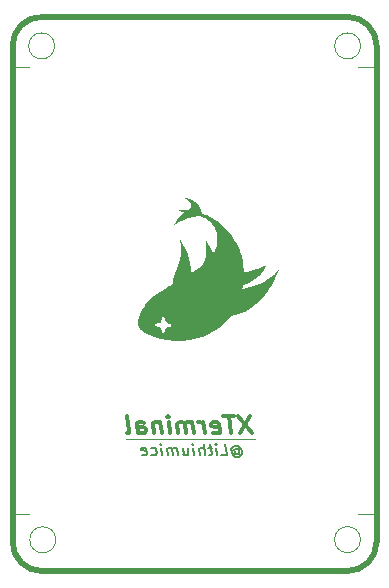
<source format=gbr>
%TF.GenerationSoftware,KiCad,Pcbnew,(6.0.0-rc1-323-gb9e66d8b98)*%
%TF.CreationDate,2021-12-20T00:28:19+08:00*%
%TF.ProjectId,XSense,5853656e-7365-42e6-9b69-6361645f7063,rev?*%
%TF.SameCoordinates,PXb340ac0PY76b1be0*%
%TF.FileFunction,Legend,Bot*%
%TF.FilePolarity,Positive*%
%FSLAX46Y46*%
G04 Gerber Fmt 4.6, Leading zero omitted, Abs format (unit mm)*
G04 Created by KiCad (PCBNEW (6.0.0-rc1-323-gb9e66d8b98)) date 2021-12-20 00:28:19*
%MOMM*%
%LPD*%
G01*
G04 APERTURE LIST*
%ADD10C,0.076200*%
%TA.AperFunction,Profile*%
%ADD11C,0.500000*%
%TD*%
%TA.AperFunction,Profile*%
%ADD12C,0.100000*%
%TD*%
%ADD13C,0.150000*%
%ADD14C,0.300000*%
G04 APERTURE END LIST*
D10*
X21080000Y11180000D02*
X10158000Y11180000D01*
X340000Y4860000D02*
X340000Y6460000D01*
X340000Y42660000D02*
X340000Y41060000D01*
X31440000Y4860000D02*
X29840000Y4860000D01*
X31440000Y42660000D02*
X31440000Y41060000D01*
X31440000Y4860000D02*
X31440000Y6460000D01*
X31440000Y42660000D02*
X29840000Y42660000D01*
X340000Y42660000D02*
X1940000Y42660000D01*
X340000Y4860000D02*
X1940000Y4860000D01*
D11*
X582946Y2477666D02*
G75*
G03*
X3040002Y4722I2457054J-15839D01*
G01*
X3054640Y46925855D02*
X28951133Y46920051D01*
X31408189Y44447107D02*
X31397105Y2460002D01*
D12*
X4236974Y2650000D02*
G75*
G03*
X4236974Y2650000I-1100000J0D01*
G01*
D11*
X28924161Y2946D02*
G75*
G03*
X31397105Y2460002I15839J2457054D01*
G01*
X3054640Y46925855D02*
G75*
G03*
X581696Y44468799I-15842J-2457051D01*
G01*
D12*
X30051135Y44462946D02*
G75*
G03*
X30051135Y44462946I-1100000J0D01*
G01*
X30040000Y2662946D02*
G75*
G03*
X30040000Y2662946I-1100000J0D01*
G01*
X4138798Y44468804D02*
G75*
G03*
X4138798Y44468804I-1100000J0D01*
G01*
D11*
X582946Y2490000D02*
X581696Y44468799D01*
X31408189Y44447107D02*
G75*
G03*
X28951133Y46920051I-2457054J15839D01*
G01*
X28924161Y2946D02*
X3030000Y4722D01*
D13*
X19337996Y10270210D02*
X19379663Y10317829D01*
X19468948Y10365448D01*
X19564186Y10365448D01*
X19665377Y10317829D01*
X19718948Y10270210D01*
X19778472Y10174972D01*
X19790377Y10079734D01*
X19754663Y9984496D01*
X19712996Y9936877D01*
X19623710Y9889258D01*
X19528472Y9889258D01*
X19427282Y9936877D01*
X19373710Y9984496D01*
X19326091Y10365448D02*
X19373710Y9984496D01*
X19332044Y9936877D01*
X19284425Y9936877D01*
X19183234Y9984496D01*
X19123710Y10079734D01*
X19093948Y10317829D01*
X19171329Y10460686D01*
X19302282Y10555924D01*
X19486805Y10603543D01*
X19683234Y10555924D01*
X19837996Y10460686D01*
X19951091Y10317829D01*
X20022520Y10127353D01*
X19998710Y9936877D01*
X19921329Y9794020D01*
X19790377Y9698781D01*
X19605853Y9651162D01*
X19409425Y9698781D01*
X19254663Y9794020D01*
X18254663Y9794020D02*
X18730853Y9794020D01*
X18605853Y10794020D01*
X17921329Y9794020D02*
X17837996Y10460686D01*
X17796329Y10794020D02*
X17849901Y10746400D01*
X17808234Y10698781D01*
X17754663Y10746400D01*
X17796329Y10794020D01*
X17808234Y10698781D01*
X17504663Y10460686D02*
X17123710Y10460686D01*
X17320139Y10794020D02*
X17427282Y9936877D01*
X17391567Y9841639D01*
X17302282Y9794020D01*
X17207044Y9794020D01*
X16873710Y9794020D02*
X16748710Y10794020D01*
X16445139Y9794020D02*
X16379663Y10317829D01*
X16415377Y10413067D01*
X16504663Y10460686D01*
X16647520Y10460686D01*
X16748710Y10413067D01*
X16802282Y10365448D01*
X15968948Y9794020D02*
X15885615Y10460686D01*
X15843948Y10794020D02*
X15897520Y10746400D01*
X15855853Y10698781D01*
X15802282Y10746400D01*
X15843948Y10794020D01*
X15855853Y10698781D01*
X14980853Y10460686D02*
X15064186Y9794020D01*
X15409425Y10460686D02*
X15474901Y9936877D01*
X15439186Y9841639D01*
X15349901Y9794020D01*
X15207044Y9794020D01*
X15105853Y9841639D01*
X15052282Y9889258D01*
X14587996Y9794020D02*
X14504663Y10460686D01*
X14516567Y10365448D02*
X14462996Y10413067D01*
X14361805Y10460686D01*
X14218948Y10460686D01*
X14129663Y10413067D01*
X14093948Y10317829D01*
X14159425Y9794020D01*
X14093948Y10317829D02*
X14034425Y10413067D01*
X13933234Y10460686D01*
X13790377Y10460686D01*
X13701091Y10413067D01*
X13665377Y10317829D01*
X13730853Y9794020D01*
X13254663Y9794020D02*
X13171329Y10460686D01*
X13129663Y10794020D02*
X13183234Y10746400D01*
X13141567Y10698781D01*
X13087996Y10746400D01*
X13129663Y10794020D01*
X13141567Y10698781D01*
X12343948Y9841639D02*
X12445139Y9794020D01*
X12635615Y9794020D01*
X12724901Y9841639D01*
X12766567Y9889258D01*
X12802282Y9984496D01*
X12766567Y10270210D01*
X12707044Y10365448D01*
X12653472Y10413067D01*
X12552282Y10460686D01*
X12361805Y10460686D01*
X12272520Y10413067D01*
X11534425Y9841639D02*
X11635615Y9794020D01*
X11826091Y9794020D01*
X11915377Y9841639D01*
X11951091Y9936877D01*
X11903472Y10317829D01*
X11843948Y10413067D01*
X11742758Y10460686D01*
X11552282Y10460686D01*
X11462996Y10413067D01*
X11427282Y10317829D01*
X11439186Y10222591D01*
X11927282Y10127353D01*
D14*
X20654028Y13147829D02*
X19841528Y11647829D01*
X19654028Y13147829D02*
X20841528Y11647829D01*
X19296885Y13147829D02*
X18439742Y13147829D01*
X19055813Y11647829D02*
X18868313Y13147829D01*
X17546885Y11719258D02*
X17698671Y11647829D01*
X17984385Y11647829D01*
X18118313Y11719258D01*
X18171885Y11862115D01*
X18100456Y12433543D01*
X18011171Y12576400D01*
X17859385Y12647829D01*
X17573671Y12647829D01*
X17439742Y12576400D01*
X17386171Y12433543D01*
X17404028Y12290686D01*
X18136171Y12147829D01*
X16841528Y11647829D02*
X16716528Y12647829D01*
X16752242Y12362115D02*
X16662956Y12504972D01*
X16582599Y12576400D01*
X16430813Y12647829D01*
X16287956Y12647829D01*
X15912956Y11647829D02*
X15787956Y12647829D01*
X15805813Y12504972D02*
X15725456Y12576400D01*
X15573671Y12647829D01*
X15359385Y12647829D01*
X15225456Y12576400D01*
X15171885Y12433543D01*
X15270099Y11647829D01*
X15171885Y12433543D02*
X15082599Y12576400D01*
X14930813Y12647829D01*
X14716528Y12647829D01*
X14582599Y12576400D01*
X14529028Y12433543D01*
X14627242Y11647829D01*
X13912956Y11647829D02*
X13787956Y12647829D01*
X13725456Y13147829D02*
X13805813Y13076400D01*
X13743313Y13004972D01*
X13662956Y13076400D01*
X13725456Y13147829D01*
X13743313Y13004972D01*
X13073671Y12647829D02*
X13198671Y11647829D01*
X13091528Y12504972D02*
X13011171Y12576400D01*
X12859385Y12647829D01*
X12645099Y12647829D01*
X12511171Y12576400D01*
X12457599Y12433543D01*
X12555813Y11647829D01*
X11198671Y11647829D02*
X11100456Y12433543D01*
X11154028Y12576400D01*
X11287956Y12647829D01*
X11573671Y12647829D01*
X11725456Y12576400D01*
X11189742Y11719258D02*
X11341528Y11647829D01*
X11698671Y11647829D01*
X11832599Y11719258D01*
X11886171Y11862115D01*
X11868313Y12004972D01*
X11779028Y12147829D01*
X11627242Y12219258D01*
X11270099Y12219258D01*
X11118313Y12290686D01*
X10270099Y11647829D02*
X10404028Y11719258D01*
X10457599Y11862115D01*
X10296885Y13147829D01*
%TO.C,G\u002A\u002A\u002A*%
X17869256Y23646350D02*
X18014399Y23718922D01*
X18232113Y23718922D01*
X18449827Y23646350D01*
X18594970Y23501208D01*
X18667542Y23356065D01*
X18740113Y23065779D01*
X18740113Y22848065D01*
X18667542Y22557779D01*
X18594970Y22412636D01*
X18449827Y22267493D01*
X18232113Y22194922D01*
X18086970Y22194922D01*
X17869256Y22267493D01*
X17796685Y22340065D01*
X17796685Y22848065D01*
X18086970Y22848065D01*
X16925827Y23718922D02*
X16925827Y23356065D01*
X17288685Y23501208D02*
X16925827Y23356065D01*
X16562970Y23501208D01*
X17143542Y23065779D02*
X16925827Y23356065D01*
X16708113Y23065779D01*
X15764685Y23718922D02*
X15764685Y23356065D01*
X16127542Y23501208D02*
X15764685Y23356065D01*
X15401827Y23501208D01*
X15982399Y23065779D02*
X15764685Y23356065D01*
X15546970Y23065779D01*
X14603542Y23718922D02*
X14603542Y23356065D01*
X14966399Y23501208D02*
X14603542Y23356065D01*
X14240685Y23501208D01*
X14821256Y23065779D02*
X14603542Y23356065D01*
X14385827Y23065779D01*
G36*
X16624560Y30270093D02*
G01*
X16625081Y30269997D01*
X16630409Y30268367D01*
X16640543Y30264966D01*
X16654552Y30260115D01*
X16671505Y30254136D01*
X16690472Y30247349D01*
X16693861Y30246127D01*
X16845053Y30188498D01*
X16852047Y30185832D01*
X16858123Y30183516D01*
X16860216Y30182632D01*
X16867792Y30179432D01*
X16878606Y30174864D01*
X16882941Y30173033D01*
X16900574Y30165585D01*
X16905669Y30163433D01*
X16913245Y30160233D01*
X16946094Y30146358D01*
X16951123Y30144234D01*
X16958697Y30141035D01*
X16967535Y30137302D01*
X16982687Y30130902D01*
X17020041Y30115124D01*
X17179879Y30040830D01*
X17337898Y29960513D01*
X17494361Y29874050D01*
X17596100Y29813909D01*
X17745666Y29719428D01*
X17892540Y29619360D01*
X18036494Y29513933D01*
X18177300Y29403376D01*
X18314731Y29287915D01*
X18448558Y29167779D01*
X18578555Y29043195D01*
X18704494Y28914391D01*
X18826146Y28781596D01*
X18943284Y28645036D01*
X19055681Y28504940D01*
X19163109Y28361536D01*
X19265340Y28215050D01*
X19362147Y28065712D01*
X19453302Y27913749D01*
X19492536Y27844403D01*
X19577621Y27684685D01*
X19656986Y27522148D01*
X19730607Y27356878D01*
X19798458Y27188960D01*
X19860513Y27018481D01*
X19916747Y26845527D01*
X19967136Y26670184D01*
X20011652Y26492539D01*
X20050271Y26312677D01*
X20082967Y26130685D01*
X20109714Y25946649D01*
X20130488Y25760655D01*
X20145263Y25572789D01*
X20145500Y25568964D01*
X20147349Y25536976D01*
X20149146Y25502460D01*
X20150845Y25466530D01*
X20152405Y25430300D01*
X20153780Y25394885D01*
X20154928Y25361399D01*
X20155805Y25330957D01*
X20156368Y25304672D01*
X20156572Y25283660D01*
X20156594Y25245716D01*
X20164244Y25247636D01*
X20165440Y25247947D01*
X20173612Y25250232D01*
X20187374Y25254206D01*
X20206307Y25259743D01*
X20229989Y25266717D01*
X20257998Y25275001D01*
X20289913Y25284469D01*
X20325313Y25294995D01*
X20363777Y25306453D01*
X20404883Y25318716D01*
X20448210Y25331657D01*
X20493338Y25345152D01*
X20539844Y25359072D01*
X20587307Y25373293D01*
X20635307Y25387687D01*
X20683422Y25402128D01*
X20731230Y25416491D01*
X20778311Y25430648D01*
X20824244Y25444474D01*
X20868606Y25457842D01*
X20910977Y25470625D01*
X20950936Y25482699D01*
X20988061Y25493935D01*
X21021931Y25504208D01*
X21052125Y25513392D01*
X21078222Y25521360D01*
X21099800Y25527987D01*
X21116438Y25533145D01*
X21193137Y25557460D01*
X21357243Y25611792D01*
X21522865Y25669657D01*
X21688034Y25730340D01*
X21850780Y25793125D01*
X22009131Y25857297D01*
X22015110Y25859777D01*
X22033233Y25867232D01*
X22049086Y25873661D01*
X22061763Y25878702D01*
X22070354Y25881992D01*
X22073952Y25883170D01*
X22074288Y25882800D01*
X22073138Y25878242D01*
X22069217Y25868955D01*
X22062841Y25855532D01*
X22054329Y25838565D01*
X22043997Y25818647D01*
X22032161Y25796371D01*
X22019139Y25772330D01*
X22005248Y25747115D01*
X21990805Y25721321D01*
X21976127Y25695539D01*
X21961530Y25670363D01*
X21947331Y25646384D01*
X21947241Y25646235D01*
X21870316Y25524083D01*
X21788328Y25405773D01*
X21701431Y25291442D01*
X21609781Y25181227D01*
X21513532Y25075265D01*
X21412839Y24973693D01*
X21307858Y24876648D01*
X21198744Y24784267D01*
X21085650Y24696687D01*
X20968733Y24614046D01*
X20848147Y24536481D01*
X20724047Y24464128D01*
X20596588Y24397125D01*
X20465925Y24335608D01*
X20434999Y24322109D01*
X20388855Y24302712D01*
X20340845Y24283310D01*
X20292234Y24264381D01*
X20244285Y24246408D01*
X20198262Y24229869D01*
X20155428Y24215245D01*
X20117047Y24203017D01*
X20115546Y24202559D01*
X20099596Y24197383D01*
X20088917Y24193153D01*
X20082605Y24189451D01*
X20079755Y24185862D01*
X20079752Y24185854D01*
X20078709Y24180990D01*
X20077066Y24170673D01*
X20074948Y24155805D01*
X20072478Y24137287D01*
X20069781Y24116022D01*
X20066980Y24092911D01*
X20065268Y24078633D01*
X20061720Y24049871D01*
X20057926Y24020016D01*
X20054128Y23990930D01*
X20050567Y23964477D01*
X20047485Y23942520D01*
X20046940Y23938742D01*
X20044172Y23919346D01*
X20041776Y23902170D01*
X20039891Y23888242D01*
X20038656Y23878590D01*
X20038211Y23874242D01*
X20038310Y23873306D01*
X20041107Y23871366D01*
X20048600Y23872253D01*
X20051409Y23872906D01*
X20062345Y23875718D01*
X20078802Y23880175D01*
X20100348Y23886151D01*
X20126549Y23893520D01*
X20156972Y23902156D01*
X20191184Y23911933D01*
X20228751Y23922725D01*
X20269241Y23934406D01*
X20312220Y23946850D01*
X20357255Y23959931D01*
X20403912Y23973524D01*
X20451758Y23987501D01*
X20500361Y24001738D01*
X20549286Y24016108D01*
X20598101Y24030486D01*
X20646371Y24044745D01*
X20693665Y24058759D01*
X20739549Y24072403D01*
X20783588Y24085550D01*
X20825351Y24098075D01*
X20905810Y24122413D01*
X20999051Y24151044D01*
X21086706Y24178483D01*
X21169132Y24204874D01*
X21246684Y24230357D01*
X21319720Y24255073D01*
X21388596Y24279162D01*
X21453669Y24302767D01*
X21515296Y24326028D01*
X21573833Y24349087D01*
X21629637Y24372083D01*
X21683064Y24395159D01*
X21734472Y24418455D01*
X21784216Y24442113D01*
X21832655Y24466274D01*
X21880143Y24491078D01*
X21927038Y24516666D01*
X21973697Y24543181D01*
X22020476Y24570762D01*
X22078087Y24606045D01*
X22205699Y24689580D01*
X22330358Y24778729D01*
X22451954Y24873395D01*
X22570377Y24973478D01*
X22685519Y25078881D01*
X22797270Y25189504D01*
X22905520Y25305251D01*
X23010161Y25426021D01*
X23111082Y25551717D01*
X23123740Y25568066D01*
X23137161Y25585332D01*
X23149102Y25600624D01*
X23158955Y25613167D01*
X23166117Y25622188D01*
X23169979Y25626912D01*
X23171229Y25628137D01*
X23172361Y25627851D01*
X23171996Y25624008D01*
X23170003Y25616114D01*
X23166249Y25603675D01*
X23160603Y25586198D01*
X23152933Y25563190D01*
X23137499Y25517856D01*
X23067660Y25324745D01*
X22991726Y25133128D01*
X22909880Y24943401D01*
X22822305Y24755957D01*
X22729184Y24571192D01*
X22630699Y24389500D01*
X22527032Y24211275D01*
X22514998Y24191367D01*
X22412816Y24028269D01*
X22306195Y23868332D01*
X22195356Y23711805D01*
X22080521Y23558938D01*
X21961911Y23409979D01*
X21839749Y23265177D01*
X21714256Y23124781D01*
X21585652Y22989039D01*
X21454161Y22858200D01*
X21320003Y22732513D01*
X21183400Y22612226D01*
X21044574Y22497590D01*
X20903746Y22388851D01*
X20872399Y22365639D01*
X20743921Y22273963D01*
X20616460Y22188605D01*
X20490013Y22109564D01*
X20364583Y22036840D01*
X20240169Y21970433D01*
X20116771Y21910344D01*
X19994389Y21856572D01*
X19873025Y21809118D01*
X19752677Y21767982D01*
X19633347Y21733164D01*
X19515034Y21704664D01*
X19514403Y21704528D01*
X19495231Y21700429D01*
X19471720Y21695439D01*
X19444578Y21689706D01*
X19414511Y21683377D01*
X19382226Y21676599D01*
X19348429Y21669520D01*
X19313828Y21662288D01*
X19279129Y21655048D01*
X19245039Y21647949D01*
X19212264Y21641139D01*
X19181511Y21634763D01*
X19153487Y21628970D01*
X19128898Y21623907D01*
X19108451Y21619721D01*
X19092853Y21616560D01*
X19082811Y21614570D01*
X19063361Y21610822D01*
X19015624Y21546334D01*
X19001831Y21527799D01*
X18896486Y21392286D01*
X18786164Y21260713D01*
X18671064Y21133295D01*
X18551388Y21010248D01*
X18427337Y20891786D01*
X18355085Y20827741D01*
X18299111Y20778125D01*
X18298017Y20777192D01*
X18176295Y20677192D01*
X18049048Y20580113D01*
X17916512Y20486090D01*
X17778920Y20395256D01*
X17636509Y20307746D01*
X17489512Y20223694D01*
X17338165Y20143235D01*
X17182702Y20066503D01*
X17023359Y19993633D01*
X16860370Y19924757D01*
X16693970Y19860012D01*
X16640949Y19840528D01*
X16490109Y19788218D01*
X16339426Y19740664D01*
X16188104Y19697674D01*
X16035345Y19659055D01*
X15880354Y19624613D01*
X15722333Y19594154D01*
X15560486Y19567485D01*
X15394016Y19544413D01*
X15382716Y19543002D01*
X15316284Y19535240D01*
X15245131Y19527751D01*
X15170481Y19520628D01*
X15093560Y19513962D01*
X15015593Y19507846D01*
X14937805Y19502371D01*
X14861420Y19497630D01*
X14787665Y19493715D01*
X14717763Y19490717D01*
X14652940Y19488730D01*
X14645518Y19488582D01*
X14622671Y19488338D01*
X14594927Y19488272D01*
X14563364Y19488368D01*
X14529059Y19488613D01*
X14493088Y19488992D01*
X14456527Y19489493D01*
X14420453Y19490100D01*
X14385943Y19490799D01*
X14354074Y19491577D01*
X14325921Y19492419D01*
X14302562Y19493311D01*
X14260544Y19495322D01*
X14066937Y19508450D01*
X13873685Y19527920D01*
X13680709Y19553743D01*
X13487928Y19585929D01*
X13295265Y19624492D01*
X13102638Y19669443D01*
X13098892Y19670381D01*
X12993882Y19698041D01*
X12886344Y19728993D01*
X12775880Y19763370D01*
X12662088Y19801304D01*
X12544571Y19842928D01*
X12422930Y19888375D01*
X12296765Y19937778D01*
X12276398Y19945983D01*
X12171828Y19989995D01*
X12071781Y20035331D01*
X11976568Y20081829D01*
X11886500Y20129324D01*
X11801889Y20177655D01*
X11723045Y20226657D01*
X11650281Y20276170D01*
X11634952Y20287251D01*
X11568445Y20338895D01*
X11507156Y20392784D01*
X11450207Y20449785D01*
X11396721Y20510765D01*
X11345820Y20576588D01*
X11335865Y20590345D01*
X11322721Y20608996D01*
X11312129Y20624943D01*
X11303236Y20639624D01*
X11295191Y20654474D01*
X11287139Y20670930D01*
X11278229Y20690426D01*
X11275493Y20696604D01*
X11252713Y20753814D01*
X11233542Y20812845D01*
X11228185Y20833888D01*
X12677065Y20833888D01*
X12677084Y20825136D01*
X12677343Y20810376D01*
X12678091Y20799652D01*
X12679565Y20791353D01*
X12682003Y20783870D01*
X12685640Y20775593D01*
X12690222Y20767086D01*
X12699238Y20753473D01*
X12708762Y20741746D01*
X12714323Y20735942D01*
X12720833Y20729805D01*
X12727640Y20724518D01*
X12735411Y20719851D01*
X12744809Y20715575D01*
X12756501Y20711461D01*
X12771151Y20707281D01*
X12789424Y20702804D01*
X12811986Y20697803D01*
X12839501Y20692047D01*
X12872635Y20685309D01*
X12900007Y20679706D01*
X12926261Y20674194D01*
X12950434Y20668983D01*
X12971686Y20664261D01*
X12989178Y20660214D01*
X13002070Y20657028D01*
X13009523Y20654891D01*
X13031488Y20645824D01*
X13063201Y20627715D01*
X13092508Y20604995D01*
X13117891Y20578730D01*
X13123645Y20571558D01*
X13130379Y20562325D01*
X13136645Y20552454D01*
X13142692Y20541333D01*
X13148768Y20528350D01*
X13155121Y20512892D01*
X13162001Y20494346D01*
X13169656Y20472100D01*
X13178334Y20445542D01*
X13188284Y20414059D01*
X13199755Y20377038D01*
X13205569Y20358262D01*
X13214261Y20330583D01*
X13222466Y20304916D01*
X13229955Y20281944D01*
X13236503Y20262355D01*
X13241881Y20246833D01*
X13245863Y20236066D01*
X13248220Y20230740D01*
X13253743Y20223045D01*
X13267738Y20208742D01*
X13284435Y20196303D01*
X13301475Y20187635D01*
X13307895Y20185508D01*
X13327647Y20182014D01*
X13350484Y20182270D01*
X13377471Y20186258D01*
X13389422Y20189156D01*
X13403377Y20194896D01*
X13417311Y20204072D01*
X13435712Y20218638D01*
X13453724Y20235121D01*
X13467387Y20250933D01*
X13477551Y20267084D01*
X13485066Y20284585D01*
X13485533Y20286017D01*
X13488022Y20295514D01*
X13491209Y20309801D01*
X13494840Y20327644D01*
X13498661Y20347812D01*
X13502421Y20369072D01*
X13503141Y20373270D01*
X13507025Y20394931D01*
X13510993Y20415645D01*
X13514772Y20434067D01*
X13518089Y20448855D01*
X13520669Y20458666D01*
X13526311Y20475064D01*
X13543885Y20512310D01*
X13567128Y20546697D01*
X13595888Y20577984D01*
X13605603Y20586915D01*
X13621711Y20600463D01*
X13637800Y20612032D01*
X13654778Y20622029D01*
X13673555Y20630862D01*
X13695038Y20638938D01*
X13720136Y20646663D01*
X13749757Y20654447D01*
X13784810Y20662695D01*
X13799620Y20666049D01*
X13822941Y20671337D01*
X13845032Y20676354D01*
X13864638Y20680814D01*
X13880508Y20684434D01*
X13891388Y20686928D01*
X13913466Y20693142D01*
X13943796Y20706265D01*
X13969459Y20723587D01*
X13990321Y20745012D01*
X14006250Y20770443D01*
X14012493Y20784601D01*
X14019025Y20807390D01*
X14019867Y20827741D01*
X14015013Y20845980D01*
X14004456Y20862432D01*
X14001477Y20865796D01*
X13994134Y20872853D01*
X13985849Y20878610D01*
X13975548Y20883529D01*
X13962155Y20888071D01*
X13944592Y20892697D01*
X13921786Y20897869D01*
X13886522Y20906214D01*
X13835465Y20921290D01*
X13789100Y20939121D01*
X13746589Y20960142D01*
X13707092Y20984786D01*
X13669772Y21013486D01*
X13633789Y21046674D01*
X13599194Y21084390D01*
X13566683Y21127736D01*
X13539429Y21173849D01*
X13516893Y21223542D01*
X13514729Y21229326D01*
X13509508Y21244673D01*
X13503355Y21264142D01*
X13496690Y21286352D01*
X13489931Y21309923D01*
X13483499Y21333472D01*
X13477712Y21354989D01*
X13470718Y21379841D01*
X13464563Y21399898D01*
X13458916Y21416001D01*
X13453448Y21428989D01*
X13447832Y21439703D01*
X13441736Y21448980D01*
X13434834Y21457663D01*
X13431664Y21461185D01*
X13414671Y21476142D01*
X13394284Y21489265D01*
X13372256Y21499691D01*
X13350339Y21506562D01*
X13330286Y21509014D01*
X13314532Y21506633D01*
X13296068Y21498966D01*
X13277664Y21486895D01*
X13260321Y21471330D01*
X13245038Y21453184D01*
X13232816Y21433366D01*
X13224656Y21412789D01*
X13224469Y21412097D01*
X13222634Y21404186D01*
X13219832Y21390910D01*
X13216221Y21373074D01*
X13211962Y21351486D01*
X13207213Y21326950D01*
X13202134Y21300273D01*
X13196883Y21272260D01*
X13195970Y21267359D01*
X13190754Y21239691D01*
X13185738Y21213623D01*
X13181080Y21189936D01*
X13176938Y21169415D01*
X13173469Y21152841D01*
X13170831Y21140998D01*
X13169181Y21134669D01*
X13161333Y21115131D01*
X13144489Y21086100D01*
X13122867Y21059674D01*
X13097398Y21036775D01*
X13069012Y21018328D01*
X13038641Y21005256D01*
X13036890Y21004761D01*
X13028128Y21002820D01*
X13014094Y21000103D01*
X12995558Y20996745D01*
X12973292Y20992880D01*
X12948064Y20988643D01*
X12920645Y20984169D01*
X12891807Y20979592D01*
X12866151Y20975563D01*
X12837728Y20971034D01*
X12814471Y20967216D01*
X12795723Y20963978D01*
X12780824Y20961186D01*
X12769117Y20958709D01*
X12759941Y20956415D01*
X12752640Y20954170D01*
X12746554Y20951843D01*
X12741025Y20949302D01*
X12740741Y20949161D01*
X12718499Y20934653D01*
X12699791Y20915283D01*
X12685577Y20892044D01*
X12683775Y20888112D01*
X12680732Y20880423D01*
X12678775Y20872763D01*
X12677668Y20863525D01*
X12677176Y20851102D01*
X12677065Y20833888D01*
X11228185Y20833888D01*
X11218519Y20871858D01*
X11208184Y20929017D01*
X11202662Y20983640D01*
X11201009Y21048693D01*
X11204119Y21117798D01*
X11211970Y21190858D01*
X11224541Y21267780D01*
X11241814Y21348467D01*
X11263765Y21432825D01*
X11290376Y21520758D01*
X11321625Y21612172D01*
X11357492Y21706971D01*
X11397956Y21805060D01*
X11410773Y21834706D01*
X11443051Y21907397D01*
X11476271Y21979566D01*
X11510035Y22050413D01*
X11543943Y22119136D01*
X11577595Y22184936D01*
X11610594Y22247012D01*
X11642540Y22304563D01*
X11673033Y22356789D01*
X11697630Y22396881D01*
X11755195Y22484858D01*
X11816989Y22571553D01*
X11883245Y22657220D01*
X11954194Y22742113D01*
X12030070Y22826485D01*
X12111104Y22910590D01*
X12197529Y22994681D01*
X12289578Y23079011D01*
X12387483Y23163835D01*
X12491476Y23249405D01*
X12497178Y23253979D01*
X12559265Y23303122D01*
X12622441Y23351888D01*
X12686983Y23400458D01*
X12753170Y23449010D01*
X12821280Y23497724D01*
X12891590Y23546779D01*
X12964379Y23596354D01*
X13039925Y23646629D01*
X13118506Y23697782D01*
X13200400Y23749993D01*
X13285885Y23803442D01*
X13375238Y23858307D01*
X13468739Y23914769D01*
X13566665Y23973005D01*
X13669294Y24033196D01*
X13776905Y24095520D01*
X13889774Y24160157D01*
X14008181Y24227287D01*
X14017150Y24232349D01*
X14040971Y24245798D01*
X14062778Y24258115D01*
X14081976Y24268967D01*
X14097973Y24278016D01*
X14110175Y24284927D01*
X14117990Y24289365D01*
X14120823Y24290995D01*
X14121171Y24293037D01*
X14122045Y24300521D01*
X14123300Y24312504D01*
X14124829Y24327940D01*
X14126522Y24345783D01*
X14138505Y24456919D01*
X14156744Y24585812D01*
X14179833Y24715188D01*
X14181396Y24723099D01*
X14193290Y24780428D01*
X14205563Y24834112D01*
X14218604Y24885472D01*
X14232802Y24935827D01*
X14248546Y24986499D01*
X14266225Y25038807D01*
X14286228Y25094072D01*
X14308942Y25153615D01*
X14322761Y25189106D01*
X14345464Y25247522D01*
X14366290Y25301298D01*
X14385484Y25351103D01*
X14403289Y25397606D01*
X14419949Y25441478D01*
X14435707Y25483388D01*
X14450807Y25524004D01*
X14465492Y25563998D01*
X14480007Y25604037D01*
X14494595Y25644793D01*
X14509498Y25686933D01*
X14524962Y25731129D01*
X14541230Y25778049D01*
X14558544Y25828362D01*
X14577149Y25882739D01*
X14597289Y25941849D01*
X14619206Y26006362D01*
X14646608Y26087528D01*
X14673982Y26169677D01*
X14699178Y26246596D01*
X14722286Y26318661D01*
X14743392Y26386248D01*
X14762586Y26449732D01*
X14779955Y26509490D01*
X14795587Y26565896D01*
X14809571Y26619328D01*
X14821994Y26670160D01*
X14832944Y26718768D01*
X14842510Y26765528D01*
X14850780Y26810816D01*
X14857841Y26855008D01*
X14863782Y26898478D01*
X14868690Y26941604D01*
X14872654Y26984760D01*
X14875762Y27028323D01*
X14878102Y27072668D01*
X14879762Y27118171D01*
X14880666Y27237141D01*
X14875714Y27367124D01*
X14864520Y27496776D01*
X14847059Y27626285D01*
X14823304Y27755840D01*
X14793230Y27885627D01*
X14756812Y28015835D01*
X14752275Y28030776D01*
X14745644Y28052649D01*
X14740649Y28069313D01*
X14737164Y28081354D01*
X14735059Y28089361D01*
X14734209Y28093920D01*
X14734483Y28095619D01*
X14735755Y28095046D01*
X14737896Y28092787D01*
X14740779Y28089431D01*
X14741800Y28088219D01*
X14748136Y28080112D01*
X14757435Y28067631D01*
X14769176Y28051510D01*
X14782841Y28032487D01*
X14797910Y28011296D01*
X14813864Y27988674D01*
X14830183Y27965356D01*
X14846348Y27942079D01*
X14861840Y27919577D01*
X14876139Y27898586D01*
X14888725Y27879844D01*
X14950414Y27784668D01*
X15039738Y27637389D01*
X15123688Y27487069D01*
X15202152Y27333972D01*
X15275022Y27178360D01*
X15342188Y27020495D01*
X15403539Y26860641D01*
X15458966Y26699059D01*
X15508358Y26536013D01*
X15551607Y26371766D01*
X15588601Y26206579D01*
X15604750Y26124222D01*
X15624563Y26010777D01*
X15640821Y25900339D01*
X15653650Y25791637D01*
X15663175Y25683400D01*
X15669520Y25574357D01*
X15672813Y25463238D01*
X15673176Y25348770D01*
X15671936Y25212190D01*
X15692805Y25225580D01*
X15721760Y25244203D01*
X15843685Y25323647D01*
X15959917Y25401108D01*
X16070711Y25476770D01*
X16176323Y25550817D01*
X16277007Y25623432D01*
X16373019Y25694799D01*
X16464613Y25765100D01*
X16552046Y25834520D01*
X16635571Y25903241D01*
X16686074Y25945566D01*
X16708202Y25993563D01*
X16743985Y26074156D01*
X16796517Y26205238D01*
X16843110Y26338600D01*
X16883717Y26474067D01*
X16918293Y26611466D01*
X16946790Y26750621D01*
X16969161Y26891356D01*
X16985361Y27033497D01*
X16990275Y27093970D01*
X16996770Y27225850D01*
X16997758Y27359517D01*
X16993294Y27494067D01*
X16983438Y27628597D01*
X16968246Y27762204D01*
X16947777Y27893984D01*
X16922088Y28023035D01*
X16921038Y28027817D01*
X16918721Y28038869D01*
X16917269Y28046553D01*
X16916962Y28049433D01*
X16917282Y28049121D01*
X16920359Y28044863D01*
X16926268Y28036174D01*
X16934545Y28023767D01*
X16944726Y28008354D01*
X16956346Y27990645D01*
X16968942Y27971355D01*
X16982049Y27951193D01*
X16995202Y27930873D01*
X17007939Y27911107D01*
X17019795Y27892605D01*
X17030305Y27876080D01*
X17039005Y27862245D01*
X17119685Y27729069D01*
X17208540Y27573074D01*
X17293294Y27414057D01*
X17373401Y27253082D01*
X17448318Y27091210D01*
X17517498Y26929504D01*
X17519337Y26925019D01*
X17527193Y26905862D01*
X17534392Y26888311D01*
X17540492Y26873444D01*
X17545049Y26862340D01*
X17547620Y26856079D01*
X17552157Y26845050D01*
X17575487Y26880077D01*
X17626604Y26960941D01*
X17676548Y27049558D01*
X17721750Y27140766D01*
X17762384Y27235006D01*
X17798626Y27332715D01*
X17830652Y27434334D01*
X17858635Y27540302D01*
X17882752Y27651058D01*
X17888120Y27679261D01*
X17905093Y27784673D01*
X17917010Y27889770D01*
X17924023Y27996142D01*
X17926285Y28105375D01*
X17926260Y28117139D01*
X17925603Y28171035D01*
X17923962Y28220766D01*
X17921214Y28268141D01*
X17917234Y28314967D01*
X17911899Y28363054D01*
X17905084Y28414210D01*
X17899172Y28453027D01*
X17878079Y28563575D01*
X17851064Y28671800D01*
X17818199Y28777594D01*
X17779554Y28880845D01*
X17735202Y28981442D01*
X17685215Y29079276D01*
X17629664Y29174234D01*
X17568621Y29266208D01*
X17502159Y29355086D01*
X17430349Y29440758D01*
X17353262Y29523112D01*
X17270972Y29602040D01*
X17183549Y29677429D01*
X17091065Y29749169D01*
X16993593Y29817151D01*
X16916990Y29865747D01*
X16830999Y29916062D01*
X16742425Y29963822D01*
X16653160Y30008010D01*
X16565092Y30047608D01*
X16536565Y30059751D01*
X16494696Y30057600D01*
X16374752Y30049595D01*
X16219221Y30033833D01*
X16063306Y30012059D01*
X15907617Y29984395D01*
X15752762Y29950965D01*
X15599352Y29911890D01*
X15447994Y29867292D01*
X15299300Y29817296D01*
X15248588Y29798775D01*
X15099862Y29740095D01*
X14952860Y29675596D01*
X14808101Y29605547D01*
X14666103Y29530218D01*
X14527382Y29449881D01*
X14392457Y29364805D01*
X14261844Y29275260D01*
X14253531Y29269348D01*
X14240429Y29260157D01*
X14229716Y29252804D01*
X14222325Y29247925D01*
X14219189Y29246158D01*
X14219063Y29246281D01*
X14220287Y29250048D01*
X14224261Y29258596D01*
X14230642Y29271280D01*
X14239087Y29287455D01*
X14249250Y29306477D01*
X14260790Y29327702D01*
X14273362Y29350485D01*
X14286622Y29374182D01*
X14300228Y29398148D01*
X14306377Y29408863D01*
X14376546Y29526245D01*
X14449565Y29639457D01*
X14526136Y29749474D01*
X14606961Y29857271D01*
X14692742Y29963824D01*
X14784181Y30070106D01*
X14798581Y30085936D01*
X14816928Y30105482D01*
X14838508Y30128026D01*
X14841299Y30130902D01*
X16352033Y30130902D01*
X16353633Y30129302D01*
X16355233Y30130902D01*
X16353633Y30132502D01*
X16352033Y30130902D01*
X14841299Y30130902D01*
X14844405Y30134102D01*
X16342434Y30134102D01*
X16344034Y30132502D01*
X16345634Y30134102D01*
X16344034Y30135702D01*
X16342434Y30134102D01*
X14844405Y30134102D01*
X14847511Y30137302D01*
X16332834Y30137302D01*
X16334434Y30135702D01*
X16336034Y30137302D01*
X16334434Y30138901D01*
X16332834Y30137302D01*
X14847511Y30137302D01*
X14850200Y30140072D01*
X16323801Y30140072D01*
X16326435Y30138901D01*
X16328129Y30139132D01*
X16328568Y30141035D01*
X16328099Y30141418D01*
X16324302Y30141035D01*
X16323801Y30140072D01*
X14850200Y30140072D01*
X14853306Y30143272D01*
X16314202Y30143272D01*
X16316835Y30142101D01*
X16318529Y30142332D01*
X16318969Y30144234D01*
X16318500Y30144617D01*
X16314702Y30144234D01*
X16314202Y30143272D01*
X14853306Y30143272D01*
X14862626Y30152874D01*
X14866717Y30157043D01*
X16274723Y30157043D01*
X16278540Y30154899D01*
X16286437Y30151701D01*
X16292551Y30149565D01*
X16301631Y30146856D01*
X16307236Y30145797D01*
X16307752Y30146358D01*
X16303934Y30148502D01*
X16296037Y30151701D01*
X16289923Y30153836D01*
X16280844Y30156545D01*
X16275238Y30157604D01*
X16274723Y30157043D01*
X14866717Y30157043D01*
X14868904Y30159271D01*
X16263005Y30159271D01*
X16265639Y30158100D01*
X16267333Y30158331D01*
X16267772Y30160233D01*
X16267303Y30160616D01*
X16263505Y30160233D01*
X16263005Y30159271D01*
X14868904Y30159271D01*
X14872044Y30162471D01*
X16253405Y30162471D01*
X16256039Y30161300D01*
X16257733Y30161531D01*
X16258172Y30163433D01*
X16257703Y30163816D01*
X16253906Y30163433D01*
X16253405Y30162471D01*
X14872044Y30162471D01*
X14879251Y30169815D01*
X16231751Y30169815D01*
X16235241Y30167700D01*
X16239592Y30166177D01*
X16246440Y30164950D01*
X16248330Y30165585D01*
X16244840Y30167700D01*
X16240489Y30169222D01*
X16233641Y30170450D01*
X16231751Y30169815D01*
X14879251Y30169815D01*
X14881464Y30172070D01*
X16221407Y30172070D01*
X16224041Y30170899D01*
X16225735Y30171130D01*
X16226174Y30173033D01*
X16225705Y30173416D01*
X16221908Y30173033D01*
X16221407Y30172070D01*
X14881464Y30172070D01*
X14885352Y30176032D01*
X16208909Y30176032D01*
X16208958Y30174940D01*
X16213109Y30174352D01*
X16216254Y30174864D01*
X16215042Y30176285D01*
X16213191Y30176796D01*
X16208909Y30176032D01*
X14885352Y30176032D01*
X14887745Y30178470D01*
X16199009Y30178470D01*
X16201643Y30177299D01*
X16203337Y30177530D01*
X16203776Y30179432D01*
X16203307Y30179815D01*
X16199509Y30179432D01*
X16199009Y30178470D01*
X14887745Y30178470D01*
X14888589Y30179330D01*
X14890907Y30181670D01*
X16189410Y30181670D01*
X16192043Y30180499D01*
X16193737Y30180730D01*
X16194176Y30182632D01*
X16193708Y30183015D01*
X16189910Y30182632D01*
X16189410Y30181670D01*
X14890907Y30181670D01*
X14894076Y30184869D01*
X16176610Y30184869D01*
X16179244Y30183699D01*
X16180938Y30183930D01*
X16181377Y30185832D01*
X16180908Y30186215D01*
X16177111Y30185832D01*
X16176610Y30184869D01*
X14894076Y30184869D01*
X14897671Y30188498D01*
X16166445Y30188498D01*
X16168045Y30186898D01*
X16169645Y30188498D01*
X16168045Y30190098D01*
X16166445Y30188498D01*
X14897671Y30188498D01*
X14915701Y30206699D01*
X14943270Y30234288D01*
X14970600Y30261401D01*
X14984328Y30274893D01*
X16611217Y30274893D01*
X16612817Y30273293D01*
X16614417Y30274893D01*
X16612817Y30276493D01*
X16611217Y30274893D01*
X14984328Y30274893D01*
X14996997Y30287344D01*
X15021768Y30311422D01*
X15044217Y30332941D01*
X15063652Y30351205D01*
X15079377Y30365520D01*
X15079378Y30365520D01*
X15093078Y30377937D01*
X15104593Y30388869D01*
X15113257Y30397640D01*
X15118406Y30403579D01*
X15119375Y30406011D01*
X15119103Y30406088D01*
X15113882Y30407047D01*
X15103226Y30408731D01*
X15087920Y30411030D01*
X15068749Y30413832D01*
X15046500Y30417026D01*
X15021957Y30420503D01*
X14995906Y30424151D01*
X14969133Y30427860D01*
X14942423Y30431519D01*
X14916562Y30435016D01*
X14892334Y30438243D01*
X14870527Y30441087D01*
X14853418Y30443263D01*
X14799947Y30449801D01*
X14743071Y30456399D01*
X14684179Y30462915D01*
X14624661Y30469203D01*
X14565909Y30475118D01*
X14509314Y30480516D01*
X14456266Y30485252D01*
X14408156Y30489182D01*
X14406770Y30489288D01*
X14379670Y30491413D01*
X14358565Y30493183D01*
X14343082Y30494680D01*
X14332848Y30495986D01*
X14327489Y30497182D01*
X14326634Y30498351D01*
X14329909Y30499573D01*
X14336942Y30500931D01*
X14347359Y30502507D01*
X14361671Y30504454D01*
X14391582Y30508097D01*
X14426371Y30511897D01*
X14465066Y30515769D01*
X14506697Y30519628D01*
X14550294Y30523388D01*
X14594887Y30526964D01*
X14639505Y30530270D01*
X14683178Y30533221D01*
X14687568Y30533485D01*
X15275558Y30533485D01*
X15280101Y30532982D01*
X15284502Y30533428D01*
X15284100Y30534596D01*
X15282652Y30535018D01*
X15276101Y30534596D01*
X15275558Y30533485D01*
X14687568Y30533485D01*
X14724936Y30535732D01*
X14733520Y30536185D01*
X14764065Y30537487D01*
X14799495Y30538615D01*
X14838683Y30539559D01*
X14880500Y30540309D01*
X14923820Y30540857D01*
X14967513Y30541192D01*
X15010452Y30541305D01*
X15051510Y30541186D01*
X15089557Y30540827D01*
X15123466Y30540216D01*
X15152109Y30539346D01*
X15164897Y30538866D01*
X15191358Y30538037D01*
X15212476Y30537634D01*
X15227991Y30537658D01*
X15237643Y30538109D01*
X15241170Y30538988D01*
X15242910Y30540181D01*
X15249556Y30541545D01*
X15259251Y30542076D01*
X15276321Y30542902D01*
X15303003Y30546396D01*
X15332695Y30552272D01*
X15363901Y30560142D01*
X15395123Y30569619D01*
X15424867Y30580317D01*
X15451636Y30591847D01*
X15484892Y30609614D01*
X15524985Y30636470D01*
X15561899Y30667409D01*
X15594854Y30701686D01*
X15623067Y30738552D01*
X15645756Y30777261D01*
X15652311Y30792069D01*
X15659637Y30811631D01*
X15666720Y30833158D01*
X15672833Y30854437D01*
X15677251Y30873255D01*
X15679146Y30885378D01*
X15681088Y30908121D01*
X15681876Y30934271D01*
X15681543Y30962083D01*
X15680122Y30989812D01*
X15677646Y31015714D01*
X15674148Y31038045D01*
X15664072Y31081186D01*
X15646873Y31135070D01*
X15624941Y31185940D01*
X15597945Y31234378D01*
X15565550Y31280964D01*
X15527423Y31326281D01*
X15483231Y31370909D01*
X15475574Y31378018D01*
X15418320Y31426210D01*
X15356918Y31469564D01*
X15291449Y31508040D01*
X15221993Y31541597D01*
X15148633Y31570198D01*
X15071448Y31593802D01*
X14990519Y31612368D01*
X14948922Y31620427D01*
X15014517Y31618878D01*
X15023790Y31618635D01*
X15130605Y31612375D01*
X15236641Y31599783D01*
X15341784Y31580888D01*
X15445923Y31555722D01*
X15548945Y31524314D01*
X15650737Y31486695D01*
X15751187Y31442896D01*
X15850183Y31392946D01*
X15905029Y31362111D01*
X15983113Y31313365D01*
X16056186Y31261479D01*
X16124811Y31205989D01*
X16189548Y31146430D01*
X16250960Y31082337D01*
X16309608Y31013247D01*
X16309911Y31012868D01*
X16325758Y30992266D01*
X16343731Y30967602D01*
X16362827Y30940355D01*
X16382045Y30912003D01*
X16400381Y30884025D01*
X16416834Y30857898D01*
X16430401Y30835100D01*
X16468581Y30763644D01*
X16508068Y30678088D01*
X16542729Y30589413D01*
X16560910Y30533428D01*
X16572248Y30498516D01*
X16596308Y30406295D01*
X16614591Y30313648D01*
X16615454Y30308538D01*
X16618249Y30293431D01*
X16620873Y30281227D01*
X16622574Y30274893D01*
X16623064Y30273067D01*
X16624560Y30270093D01*
G37*
%TD*%
M02*

</source>
